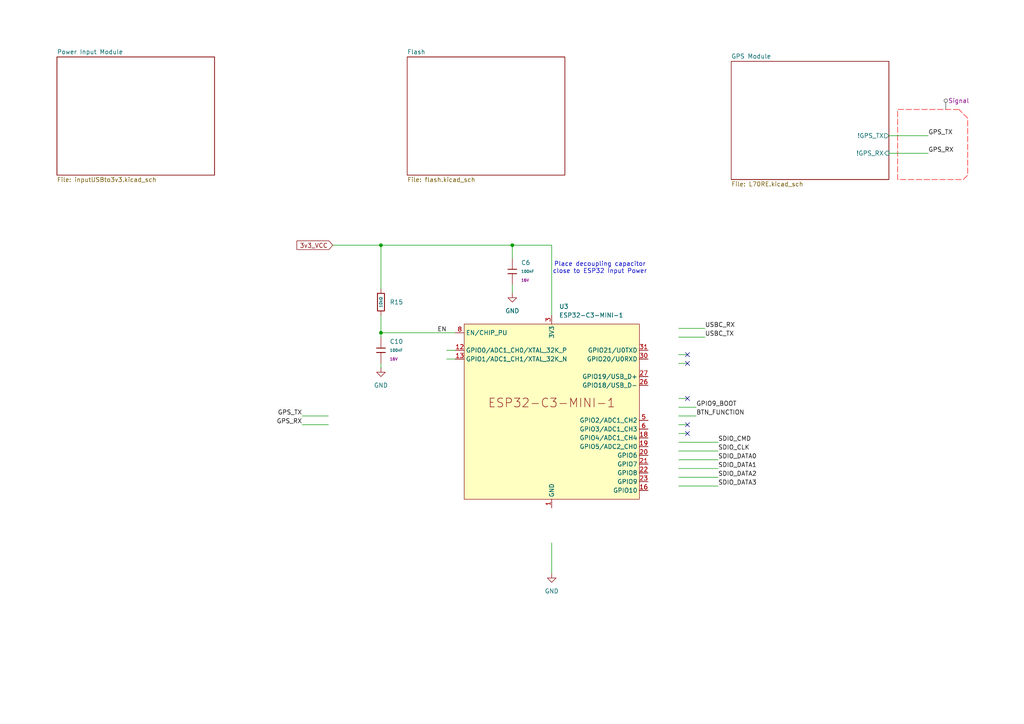
<source format=kicad_sch>
(kicad_sch (version 20250114) (generator "eeschema") (generator_version "9.0")
  (paper "A4")
  (title_block (title "Mileage Logger") (rev "DEV_001") (company "Jake Odgers"))
  (lib_symbols
    (symbol "Espressif:ESP32-C3-MINI-1"
      (property "Reference" "U" (at -25.4 30.48 0))
      (property "Value" "ESP32-C3-MINI-1" (at -25.4 27.94 0))
      (symbol "ESP32-C3-MINI-1_0_0"
        (text "ESP32-C3-MINI-1" (at 0 2.54 0) (effects (font (size 2.54 2.54))))
      )
      (symbol "ESP32-C3-MINI-1_0_1"
        (rectangle (start -25.4 25.4) (end 25.4 -25.4) (fill (type background)))
      )
      (symbol "ESP32-C3-MINI-1_1_1"
        (pin input line (at -27.94 22.86 0) (length 2.54) (name "EN/CHIP_PU") (number "8"))
        (pin bidirectional line (at -27.94 17.78 0) (length 2.54) (name "GPIO0/ADC1_CH0/XTAL_32K_P") (number "12"))
        (pin bidirectional line (at -27.94 15.24 0) (length 2.54) (name "GPIO1/ADC1_CH1/XTAL_32K_N") (number "13"))
        (pin no_connect line (at -25.4 10.16 0) (length 2.54) (hide yes) (name "NC") (number "4"))
        (pin no_connect line (at -25.4 7.62 0) (length 2.54) (hide yes) (name "NC") (number "7"))
        (pin no_connect line (at -25.4 5.08 0) (length 2.54) (hide yes) (name "NC") (number "9"))
        (pin no_connect line (at -25.4 2.54 0) (length 2.54) (hide yes) (name "NC") (number "10"))
        (pin no_connect line (at -25.4 0 0) (length 2.54) (hide yes) (name "NC") (number "15"))
        (pin no_connect line (at -25.4 -2.54 0) (length 2.54) (hide yes) (name "NC") (number "17"))
        (pin no_connect line (at -25.4 -5.08 0) (length 2.54) (hide yes) (name "NC") (number "24"))
        (pin no_connect line (at -25.4 -7.62 0) (length 2.54) (hide yes) (name "NC") (number "25"))
        (pin no_connect line (at -25.4 -10.16 0) (length 2.54) (hide yes) (name "NC") (number "28"))
        (pin no_connect line (at -25.4 -12.7 0) (length 2.54) (hide yes) (name "NC") (number "29"))
        (pin no_connect line (at -25.4 -15.24 0) (length 2.54) (hide yes) (name "NC") (number "32"))
        (pin no_connect line (at -25.4 -17.78 0) (length 2.54) (hide yes) (name "NC") (number "33"))
        (pin no_connect line (at -25.4 -20.32 0) (length 2.54) (hide yes) (name "NC") (number "34"))
        (pin no_connect line (at -25.4 -22.86 0) (length 2.54) (hide yes) (name "NC") (number "35"))
        (pin power_in line (at 0 27.94 270) (length 2.54) (name "3V3") (number "3"))
        (pin power_in line (at 0 -27.94 90) (length 2.54) (name "GND") (number "1"))
        (pin passive line (at 0 -27.94 90) (length 2.54) (hide yes) (name "GND") (number "11"))
        (pin passive line (at 0 -27.94 90) (length 2.54) (hide yes) (name "GND") (number "14"))
        (pin passive line (at 0 -27.94 90) (length 2.54) (hide yes) (name "GND") (number "2"))
        (pin passive line (at 0 -27.94 90) (length 2.54) (hide yes) (name "GND") (number "36"))
        (pin passive line (at 0 -27.94 90) (length 2.54) (hide yes) (name "GND") (number "37"))
        (pin passive line (at 0 -27.94 90) (length 2.54) (hide yes) (name "GND") (number "38"))
        (pin passive line (at 0 -27.94 90) (length 2.54) (hide yes) (name "GND") (number "39"))
        (pin passive line (at 0 -27.94 90) (length 2.54) (hide yes) (name "GND") (number "40"))
        (pin passive line (at 0 -27.94 90) (length 2.54) (hide yes) (name "GND") (number "41"))
        (pin passive line (at 0 -27.94 90) (length 2.54) (hide yes) (name "GND") (number "42"))
        (pin passive line (at 0 -27.94 90) (length 2.54) (hide yes) (name "GND") (number "43"))
        (pin passive line (at 0 -27.94 90) (length 2.54) (hide yes) (name "GND") (number "44"))
        (pin passive line (at 0 -27.94 90) (length 2.54) (hide yes) (name "GND") (number "45"))
        (pin passive line (at 0 -27.94 90) (length 2.54) (hide yes) (name "GND") (number "46"))
        (pin passive line (at 0 -27.94 90) (length 2.54) (hide yes) (name "GND") (number "47"))
        (pin passive line (at 0 -27.94 90) (length 2.54) (hide yes) (name "GND") (number "48"))
        (pin passive line (at 0 -27.94 90) (length 2.54) (hide yes) (name "GND") (number "49"))
        (pin passive line (at 0 -27.94 90) (length 2.54) (hide yes) (name "GND") (number "50"))
        (pin passive line (at 0 -27.94 90) (length 2.54) (hide yes) (name "GND") (number "51"))
        (pin passive line (at 0 -27.94 90) (length 2.54) (hide yes) (name "GND") (number "52"))
        (pin passive line (at 0 -27.94 90) (length 2.54) (hide yes) (name "GND") (number "53"))
        (pin bidirectional line (at 27.94 17.78 180) (length 2.54) (name "GPIO21/U0TXD") (number "31"))
        (pin bidirectional line (at 27.94 15.24 180) (length 2.54) (name "GPIO20/U0RXD") (number "30"))
        (pin bidirectional line (at 27.94 10.16 180) (length 2.54) (name "GPIO19/USB_D+") (number "27"))
        (pin bidirectional line (at 27.94 7.62 180) (length 2.54) (name "GPIO18/USB_D-") (number "26"))
        (pin bidirectional line (at 27.94 -2.54 180) (length 2.54) (name "GPIO2/ADC1_CH2") (number "5"))
        (pin bidirectional line (at 27.94 -5.08 180) (length 2.54) (name "GPIO3/ADC1_CH3") (number "6"))
        (pin bidirectional line (at 27.94 -7.62 180) (length 2.54) (name "GPIO4/ADC1_CH4") (number "18"))
        (pin bidirectional line (at 27.94 -10.16 180) (length 2.54) (name "GPIO5/ADC2_CH0") (number "19"))
        (pin bidirectional line (at 27.94 -12.7 180) (length 2.54) (name "GPIO6") (number "20"))
        (pin bidirectional line (at 27.94 -15.24 180) (length 2.54) (name "GPIO7") (number "21"))
        (pin bidirectional line (at 27.94 -17.78 180) (length 2.54) (name "GPIO8") (number "22"))
        (pin bidirectional line (at 27.94 -20.32 180) (length 2.54) (name "GPIO9") (number "23"))
        (pin bidirectional line (at 27.94 -22.86 180) (length 2.54) (name "GPIO10") (number "16"))
      )
    )
    (symbol "PCM_JLCPCB-Capacitors:0402,100nF" (pin_numbers (hide yes)) (pin_names (offset 0))
      (property "Reference" "C" (at 2.032 1.668 0))
      (property "Value" "100nF" (at 2.032 -0.3782 0))
      (property "Voltage Rated" "16V" (at 2.032 -2.0462 0))
      (symbol "0402,100nF_0_1"
        (polyline (pts (xy -1.27 0.635) (xy 1.27 0.635)) (stroke (width 0.254)))
        (polyline (pts (xy -1.27 -0.635) (xy 1.27 -0.635)) (stroke (width 0.254)))
      )
      (symbol "0402,100nF_1_1"
        (pin passive line (at 0 3.81 270) (length 3.175) (name "~") (number "1"))
        (pin passive line (at 0 -3.81 90) (length 3.175) (name "~") (number "2"))
      )
    )
    (symbol "PCM_JLCPCB-Resistors:0402,10kΩ" (pin_numbers (hide yes)) (pin_names (offset 0))
      (property "Reference" "R" (at 1.778 0 0))
      (property "Value" "10kΩ" (at 0 0 90))
      (symbol "0402,10kΩ_0_1"
        (rectangle (start -1.016 2.54) (end 1.016 -2.54) (stroke (width 0.254)))
      )
      (symbol "0402,10kΩ_1_1"
        (pin passive line (at 0 3.81 270) (length 1.27) (name "~") (number "1"))
        (pin passive line (at 0 -3.81 90) (length 1.27) (name "~") (number "2"))
      )
    )
    (symbol "power:GND" (power) (pin_numbers (hide yes)) (pin_names (offset 0) (hide yes))
      (property "Value" "GND" (at 0 -3.81 0))
      (symbol "GND_0_1"
        (polyline (pts (xy 0 0) (xy 0 -1.27) (xy 1.27 -1.27) (xy 0 -2.54) (xy -1.27 -1.27) (xy 0 -1.27)))
      )
      (symbol "GND_1_1"
        (pin power_in line (at 0 0 270) (length 0) (name "~") (number "1"))
      )
    )
  )
  (text "Place decoupling capacitor\nclose to ESP32 Input Power\n" (at 173.99 77.724 0) (effects (font (size 1.27 1.27))))
  (junction (at 148.59 71.12))
  (junction (at 110.49 71.12))
  (junction (at 110.49 96.52))
  (no_connect (at 199.39 102.87))
  (no_connect (at 199.39 115.57))
  (no_connect (at 199.39 105.41))
  (no_connect (at 199.39 125.73))
  (no_connect (at 199.39 123.19))
  (wire (pts (xy 196.85 123.19) (xy 199.39 123.19)))
  (wire (pts (xy 196.85 115.57) (xy 199.39 115.57)))
  (wire (pts (xy 196.85 133.35) (xy 208.28 133.35)))
  (wire (pts (xy 196.85 128.27) (xy 208.28 128.27)))
  (wire (pts (xy 196.85 95.25) (xy 204.47 95.25)))
  (wire (pts (xy 196.85 105.41) (xy 199.39 105.41)))
  (wire (pts (xy 96.52 71.12) (xy 110.49 71.12)))
  (wire (pts (xy 87.63 123.19) (xy 95.25 123.19)))
  (wire (pts (xy 196.85 102.87) (xy 199.39 102.87)))
  (wire (pts (xy 110.49 105.41) (xy 110.49 106.68)))
  (wire (pts (xy 196.85 140.97) (xy 208.28 140.97)))
  (wire (pts (xy 196.85 120.65) (xy 201.93 120.65)))
  (wire (pts (xy 196.85 118.11) (xy 201.93 118.11)))
  (wire (pts (xy 129.54 104.14) (xy 132.08 104.14)))
  (wire (pts (xy 110.49 91.44) (xy 110.49 96.52)))
  (wire (pts (xy 160.02 157.48) (xy 160.02 166.37)))
  (wire (pts (xy 110.49 96.52) (xy 110.49 97.79)))
  (wire (pts (xy 148.59 82.55) (xy 148.59 85.09)))
  (wire (pts (xy 196.85 135.89) (xy 208.28 135.89)))
  (wire (pts (xy 196.85 97.79) (xy 204.47 97.79)))
  (wire (pts (xy 87.63 120.65) (xy 95.25 120.65)))
  (wire (pts (xy 196.85 138.43) (xy 208.28 138.43)))
  (wire (pts (xy 148.59 71.12) (xy 148.59 74.93)))
  (wire (pts (xy 110.49 96.52) (xy 132.08 96.52)))
  (wire (pts (xy 196.85 125.73) (xy 199.39 125.73)))
  (wire (pts (xy 269.24 44.45) (xy 257.81 44.45)))
  (wire (pts (xy 148.59 71.12) (xy 160.02 71.12)))
  (wire (pts (xy 110.49 71.12) (xy 110.49 83.82)))
  (wire (pts (xy 269.24 39.37) (xy 257.81 39.37)))
  (wire (pts (xy 160.02 71.12) (xy 160.02 91.44)))
  (wire (pts (xy 129.54 101.6) (xy 132.08 101.6)))
  (wire (pts (xy 196.85 130.81) (xy 208.28 130.81)))
  (wire (pts (xy 110.49 71.12) (xy 148.59 71.12)))
  (label "GPS_TX" (at 87.63 120.65 180))
  (label "USBC_RX" (at 204.47 95.25 0))
  (label "SDIO_CLK" (at 208.28 130.81 0))
  (label "SDIO_DATA1" (at 208.28 135.89 0))
  (label "SDIO_DATA3" (at 208.28 140.97 0))
  (label "SDIO_DATA0" (at 208.28 133.35 0))
  (label "EN" (at 129.54 96.52 180))
  (label "GPS_RX" (at 87.63 123.19 180))
  (label "USBC_TX" (at 204.47 97.79 0))
  (label "SDIO_DATA2" (at 208.28 138.43 0))
  (label "BTN_FUNCTION" (at 201.93 120.65 0))
  (label "SDIO_CMD" (at 208.28 128.27 0))
  (label "GPS_RX" (at 269.24 44.45 0))
  (label "GPS_TX" (at 269.24 39.37 0))
  (label "GPIO9_BOOT" (at 201.93 118.11 0))
  (global_label "3v3_VCC" (shape input) (at 96.52 71.12 180) (property "Intersheetrefs" "${INTERSHEET_REFS}" (effects (hide yes))))
  (rule_area (polyline (pts (xy 278.13 31.75) (xy 260.35 31.75) (xy 260.35 52.07) (xy 279.4 52.07) (xy 280.67 50.8) (xy 280.67 34.29)) (stroke (width 0) (type dash))))
  (netclass_flag "" (length 2.54) (shape round) (at 274.32 31.75 0) (property "Netclass" "Signal" (at 275.0185 29.21 0) (effects (justify left))))
  (symbol (lib_id "PCM_JLCPCB-Resistors:0402,10kΩ") (at 110.49 87.63 0) (unit 1)
    (property "Reference" "R15" (at 113.03 87.6299 0) (effects (justify left)))
    (property "Value" "10kΩ" (at 110.49 87.63 90) (effects (font (size 0.8 0.8))))
    (property "Footprint" "PCM_JLCPCB:R_0402" (effects (hide yes)))
    (property "Datasheet" "https://www.lcsc.com/datasheet/lcsc_datasheet_2411221126_UNI-ROYAL-Uniroyal-Elec-0402WGF1002TCE_C25744.pdf" (effects (hide yes)))
    (property "Description" "62.5mW Thick Film Resistors 50V ±100ppm/°C ±1% 10kΩ 0402 Chip Resistor - Surface Mount ROHS" (effects (hide yes)))
    (property "LCSC" "C25744" (effects (hide yes)))
    (property "Stock" "24372091" (effects (hide yes)))
    (property "Price" "0.004USD" (effects (hide yes)))
    (property "Process" "SMT" (effects (hide yes)))
    (property "Minimum Qty" "20" (effects (hide yes)))
    (property "Attrition Qty" "10" (effects (hide yes)))
    (property "Class" "Basic Component" (effects (hide yes)))
    (property "Category" "Resistors,Chip Resistor - Surface Mount" (effects (hide yes)))
    (property "Manufacturer" "UNI-ROYAL(Uniroyal Elec)" (effects (hide yes)))
    (property "Part" "0402WGF1002TCE" (effects (hide yes)))
    (property "Resistance" "10kΩ" (effects (hide yes)))
    (property "Power(Watts)" "62.5mW" (effects (hide yes)))
    (property "Type" "Thick Film Resistors" (effects (hide yes)))
    (property "Overload Voltage (Max)" "50V" (effects (hide yes)))
    (property "Operating Temperature Range" "-55°C~+155°C" (effects (hide yes)))
    (property "Tolerance" "±1%" (effects (hide yes)))
    (property "Temperature Coefficient" "±100ppm/°C" (effects (hide yes)))
  )
  (symbol (lib_id "power:GND") (at 160.02 166.37 0) (unit 1)
    (property "Reference" "#PWR03" (effects (hide yes)))
    (property "Value" "GND" (at 160.02 171.45 0))
    (property "Description" "Power symbol creates a global label with name \"GND\" , ground" (effects (hide yes)))
  )
  (symbol (lib_id "PCM_JLCPCB-Capacitors:0402,100nF") (at 110.49 101.6 0) (unit 1)
    (property "Reference" "C10" (at 113.03 99.0599 0) (effects (justify left)))
    (property "Value" "100nF" (at 113.03 101.6 0) (effects (font (size 0.8 0.8)) (justify left)))
    (property "Footprint" "PCM_JLCPCB:C_0402" (effects (hide yes)))
    (property "Datasheet" "https://www.lcsc.com/datasheet/lcsc_datasheet_2304140030_Samsung-Electro-Mechanics-CL05B104KO5NNNC_C1525.pdf" (effects (hide yes)))
    (property "Description" "16V 100nF X7R ±10% 0402 Multilayer Ceramic Capacitors MLCC - SMD/SMT ROHS" (effects (hide yes)))
    (property "LCSC" "C1525" (effects (hide yes)))
    (property "Stock" "20208285" (effects (hide yes)))
    (property "Price" "0.004USD" (effects (hide yes)))
    (property "Process" "SMT" (effects (hide yes)))
    (property "Minimum Qty" "20" (effects (hide yes)))
    (property "Attrition Qty" "10" (effects (hide yes)))
    (property "Class" "Basic Component" (effects (hide yes)))
    (property "Category" "Capacitors,Multilayer Ceramic Capacitors MLCC - SMD/SMT" (effects (hide yes)))
    (property "Manufacturer" "Samsung Electro-Mechanics" (effects (hide yes)))
    (property "Part" "CL05B104KO5NNNC" (effects (hide yes)))
    (property "Voltage Rated" "16V" (at 113.03 104.14 0) (effects (font (size 0.8 0.8)) (justify left)))
    (property "Tolerance" "±10%" (effects (hide yes)))
    (property "Capacitance" "100nF" (effects (hide yes)))
    (property "Temperature Coefficient" "X7R" (effects (hide yes)))
  )
  (symbol (lib_id "PCM_JLCPCB-Capacitors:0402,100nF") (at 148.59 78.74 0) (unit 1)
    (property "Reference" "C6" (at 151.13 76.1999 0) (effects (justify left)))
    (property "Value" "100nF" (at 151.13 78.74 0) (effects (font (size 0.8 0.8)) (justify left)))
    (property "Footprint" "PCM_JLCPCB:C_0402" (effects (hide yes)))
    (property "Datasheet" "https://www.lcsc.com/datasheet/lcsc_datasheet_2304140030_Samsung-Electro-Mechanics-CL05B104KO5NNNC_C1525.pdf" (effects (hide yes)))
    (property "Description" "16V 100nF X7R ±10% 0402 Multilayer Ceramic Capacitors MLCC - SMD/SMT ROHS" (effects (hide yes)))
    (property "LCSC" "C1525" (effects (hide yes)))
    (property "Stock" "20208285" (effects (hide yes)))
    (property "Price" "0.004USD" (effects (hide yes)))
    (property "Process" "SMT" (effects (hide yes)))
    (property "Minimum Qty" "20" (effects (hide yes)))
    (property "Attrition Qty" "10" (effects (hide yes)))
    (property "Class" "Basic Component" (effects (hide yes)))
    (property "Category" "Capacitors,Multilayer Ceramic Capacitors MLCC - SMD/SMT" (effects (hide yes)))
    (property "Manufacturer" "Samsung Electro-Mechanics" (effects (hide yes)))
    (property "Part" "CL05B104KO5NNNC" (effects (hide yes)))
    (property "Voltage Rated" "16V" (at 151.13 81.28 0) (effects (font (size 0.8 0.8)) (justify left)))
    (property "Tolerance" "±10%" (effects (hide yes)))
    (property "Capacitance" "100nF" (effects (hide yes)))
    (property "Temperature Coefficient" "X7R" (effects (hide yes)))
  )
  (symbol (lib_id "power:GND") (at 148.59 85.09 0) (unit 1)
    (property "Reference" "#PWR014" (effects (hide yes)))
    (property "Value" "GND" (at 148.59 90.17 0))
    (property "Description" "Power symbol creates a global label with name \"GND\" , ground" (effects (hide yes)))
  )
  (symbol (lib_id "power:GND") (at 110.49 106.68 0) (unit 1)
    (property "Reference" "#PWR018" (effects (hide yes)))
    (property "Value" "GND" (at 110.49 111.76 0))
    (property "Description" "Power symbol creates a global label with name \"GND\" , ground" (effects (hide yes)))
  )
  (symbol (lib_id "Espressif:ESP32-C3-MINI-1") (at 160.02 119.38 0) (unit 1)
    (property "Reference" "U3" (at 162.1633 88.9 0) (effects (justify left)))
    (property "Value" "ESP32-C3-MINI-1" (at 162.1633 91.44 0) (effects (justify left)))
    (property "Footprint" "Espressif:ESP32-C3-MINI-1U" (effects (hide yes)))
    (property "Datasheet" "https://www.espressif.com/sites/default/files/documentation/esp32-c3-mini-1_datasheet_en.pdf" (effects (hide yes)))
    (property "Description" "ESP32-C3-MINI-1 family is an ultra-low-power MCU-based SoC solution that supports 2.4 GHz Wi-Fi and Bluetooth®Low Energy (Bluetooth LE)." (effects (hide yes)))
  )
  (sheet (at 16.51 16.51) (size 45.72 34.29) (stroke (width 0.1524))
    (property "Sheetname" "Power Input Module" (at 16.51 15.7984 0) (effects (justify left bottom)))
    (property "Sheetfile" "inputUSBto3v3.kicad_sch" (at 16.51 51.3846 0) (effects (justify left top)))
  )
  (sheet (at 118.11 16.51) (size 45.72 34.29) (stroke (width 0.1524))
    (property "Sheetname" "Flash" (at 118.11 15.7984 0) (effects (justify left bottom)))
    (property "Sheetfile" "flash.kicad_sch" (at 118.11 51.3846 0) (effects (justify left top)))
  )
  (sheet (at 212.09 17.78) (size 45.72 34.29) (stroke (width 0.1524))
    (property "Sheetname" "GPS Module" (at 212.09 17.0684 0) (effects (justify left bottom)))
    (property "Sheetfile" "L70RE.kicad_sch" (at 212.09 52.6546 0) (effects (justify left top)))
    (pin "!GPS_RX" input (at 257.81 44.45 0))
    (pin "!GPS_TX" output (at 257.81 39.37 0))
  )
)
</source>
